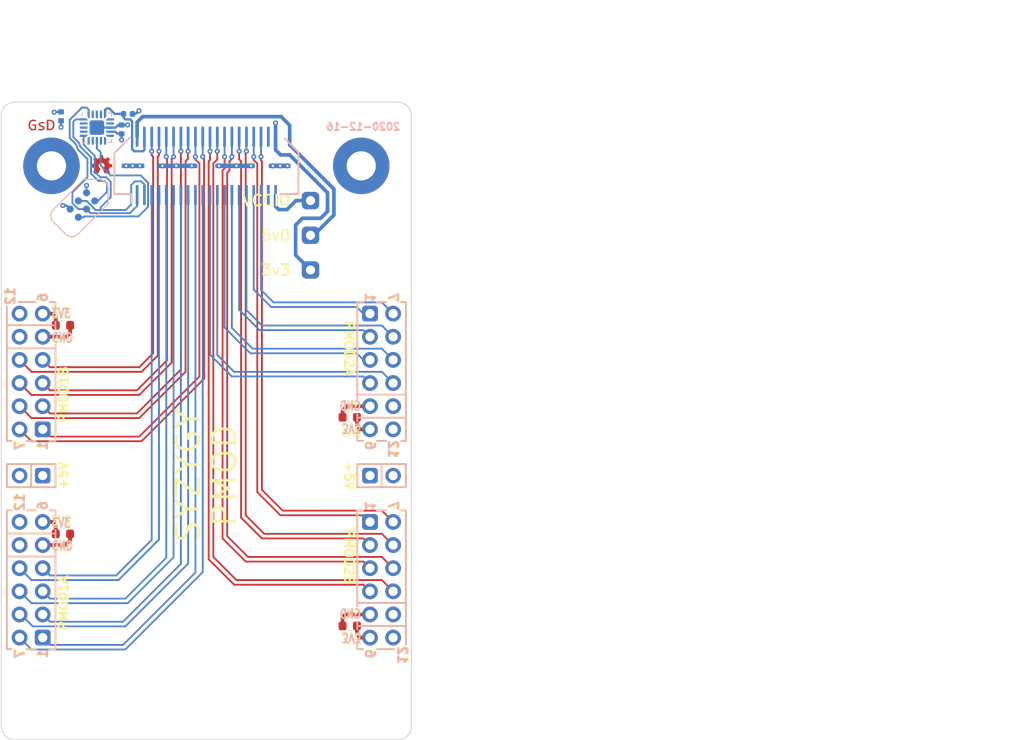
<source format=kicad_pcb>
(kicad_pcb (version 20221018) (generator pcbnew)
  (title_block (title "PMOD breakout") (date "2020-12-16") (rev "r1.0") (comment 1 "SYZYGY Pod"))
  (layers (0 "F.Cu" signal) (1 "In1.Cu" power) (2 "In2.Cu" signal) (31 "B.Cu" signal) (34 "B.Paste" user) (35 "F.Paste" user) (36 "B.SilkS" user "B.Silkscreen") (37 "F.SilkS" user "F.Silkscreen") (38 "B.Mask" user) (39 "F.Mask" user) (44 "Edge.Cuts" user))
  (net 0 "")
  (net 1 "GND")
  (net 2 "+3V3")
  (net 3 "/Peripheral MCU/MISO")
  (net 4 "/Peripheral MCU/~{RESET}")
  (net 5 "/SCL")
  (net 6 "/SDA")
  (net 7 "/RGA")
  (net 8 "/P1A1")
  (net 9 "/P1A2")
  (net 10 "/P1A7")
  (net 11 "/P1A8")
  (net 12 "/P1A3")
  (net 13 "/P1A4")
  (net 14 "/P1A9")
  (net 15 "+5V")
  (net 16 "/P1A10")
  (net 17 "/P1B1")
  (net 18 "/P1B2")
  (net 19 "/P1B7")
  (net 20 "/P1B8")
  (net 21 "/P1B3")
  (net 22 "/P1B4")
  (net 23 "/P1B9")
  (net 24 "/P1B10")
  (net 25 "/P2A1")
  (net 26 "/P2A2")
  (net 27 "/P2A7")
  (net 28 "/P2A8")
  (net 29 "/P2A3")
  (net 30 "/P2A4")
  (net 31 "/P2A9")
  (net 32 "/P2A10")
  (net 33 "/P2B1")
  (net 34 "/P2B2")
  (net 35 "/P2B7")
  (net 36 "/P2B8")
  (net 37 "/P2B3")
  (net 38 "/P2B4")
  (net 39 "/P2B9")
  (net 40 "/P2B10")
  (net 41 "no_connect_55")
  (net 42 "no_connect_56")
  (net 43 "no_connect_51")
  (net 44 "no_connect_52")
  (net 45 "no_connect_53")
  (net 46 "no_connect_54")
  (net 47 "Net-(U2-Pad2)")
  (net 48 "Net-(U2-Pad3)")
  (net 49 "Net-(U2-Pad4)")
  (net 50 "Net-(U2-Pad11)")
  (net 51 "Net-(U2-Pad12)")
  (net 52 "Net-(U2-Pad14)")
  (net 53 "Net-(U2-Pad15)")
  (net 54 "Net-(J1-Pad37)")
  (net 55 "Net-(J1-Pad38)")
  (net 56 "/VCCIO")
  (footprint "Connector_PinHeader_2.54mm:PinHeader_1x01_P2.54mm_Vertical" (layer "F.Cu") (at 141.43 92.01)
    (fp_text reference "J6" hide)
    (fp_text value "Conn_01x01_Male" hide)
  )
  (footprint "Connector_PinHeader_2.54mm:PinHeader_2x01_P2.54mm_Vertical" (layer "F.Cu") (at 147.96 122.2)
    (fp_text reference "J7" hide)
    (fp_text value "5V AUX" hide)
  )
  (footprint "Capacitor_SMD:C_0603_1608Metric" (layer "F.Cu") (at 145.74 138.7)
    (fp_text reference "C2" hide)
    (fp_text value "DNP" hide)
  )
  (footprint "Capacitor_SMD:C_0603_1608Metric" (layer "F.Cu") (at 114.26 105.7 180)
    (fp_text reference "C4" hide)
    (fp_text value "DNP" hide)
  )
  (footprint "MountingHole:MountingHole_3.2mm_M3_DIN965" (layer "F.Cu") (at 147.5 98.2 90)
    (fp_text reference "H2" hide)
    (fp_text value "MountingHole" hide)
  )
  (footprint "MountingHole:MountingHole_3.2mm_M3_DIN965" (layer "F.Cu") (at 112.4 146.2 90)
    (fp_text reference "H3" hide)
    (fp_text value "MountingHole" hide)
  )
  (footprint "MountingHole:MountingHole_3.2mm_M3_DIN965" (layer "F.Cu") (at 112.5 98.2 90)
    (fp_text reference "H1" hide)
    (fp_text value "MountingHole" hide)
  )
  (footprint "Connector_PinHeader_2.54mm:PinHeader_2x01_P2.54mm_Vertical" (layer "F.Cu") (at 112.04 122.2 180)
    (fp_text reference "J10" hide)
    (fp_text value "5V AUX" hide)
  )
  (footprint "gkl_logos:gsd_logo_small" (layer "F.Cu") (at 111.9 83.8)
    (fp_text reference "G***" hide)
    (fp_text value "LOGO" hide)
  )
  (footprint "Connector_PinHeader_1.00mm:PinHeader_1x01_P1.00mm_Vertical" (layer "F.Cu") (at 146.56 142.81)
    (fp_text reference "" hide)
    (fp_text value "" hide)
  )
  (footprint "gsd-footprints:PMOD_Angled_2x06" (layer "F.Cu") (at 147.96 117.12 90)
    (fp_text reference "J2" hide)
    (fp_text value "PMOD" hide)
  )
  (footprint "MountingHole:MountingHole_3.2mm_M3_DIN965" (layer "F.Cu") (at 147.5 146.2 90)
    (fp_text reference "H4" hide)
    (fp_text value "MountingHole" hide)
  )
  (footprint "gsd-footprints:PMOD_Angled_2x06" (layer "F.Cu") (at 147.96 139.98 90)
    (fp_text reference "J8" hide)
    (fp_text value "PMOD" hide)
  )
  (footprint "Capacitor_SMD:C_0603_1608Metric" (layer "F.Cu") (at 145.74 115.8)
    (fp_text reference "C1" hide)
    (fp_text value "DNP" hide)
  )
  (footprint "Connector_PinHeader_2.54mm:PinHeader_1x01_P2.54mm_Vertical" (layer "F.Cu") (at 141.43 95.82)
    (fp_text reference "J4" hide)
    (fp_text value "Conn_01x01_Male" hide)
  )
  (footprint "gsd-footprints:PMOD_Angled_2x06" (layer "F.Cu") (at 112.04 127.28 -90)
    (fp_text reference "J9" hide)
    (fp_text value "PMOD" hide)
  )
  (footprint "gsd-footprints:PMOD_Angled_2x06" (layer "F.Cu") (at 112.04 104.42 -90)
    (fp_text reference "J11" hide)
    (fp_text value "PMOD" hide)
  )
  (footprint "Connector_PinHeader_2.54mm:PinHeader_1x01_P2.54mm_Vertical" (layer "F.Cu") (at 141.43 99.63)
    (fp_text reference "J5" hide)
    (fp_text value "Conn_01x01_Male" hide)
  )
  (footprint "Capacitor_SMD:C_0603_1608Metric" (layer "F.Cu") (at 114.26 128.6 180)
    (fp_text reference "C3" hide)
    (fp_text value "DNP" hide)
  )
  (footprint "gkl_logos:oshw_small" (layer "F.Cu") (at 118.5 88.1)
    (fp_text reference "G***" hide)
    (fp_text value "LOGO" hide)
  )
  (footprint "gsd-footprints:SYZYGY-STD-POD" (layer "B.Cu") (at 130 88.2 180)
    (fp_text reference "J1" hide)
    (fp_text value "SYZYGY-STD" hide)
  )
  (footprint "Package_DFN_QFN:QFN-20-1EP_3x3mm_P0.45mm_EP1.6x1.6mm" (layer "B.Cu") (at 117.979 84 -90)
    (fp_text reference "U2" hide)
    (fp_text value "ATtiny44A-MMH" hide)
  )
  (footprint "Resistor_SMD:R_0402_1005Metric" (layer "B.Cu") (at 121.4 82.5 180)
    (fp_text reference "R15" hide)
    (fp_text value "10K" hide)
  )
  (footprint "Capacitor_SMD:C_0402_1005Metric" (layer "B.Cu") (at 120.7 84.2 90)
    (fp_text reference "C9" hide)
    (fp_text value "0.1uF" hide)
  )
  (footprint "Capacitor_SMD:C_0402_1005Metric" (layer "B.Cu") (at 114.05 82.765 90)
    (fp_text reference "C10" hide)
    (fp_text value "1uF" hide)
  )
  (footprint "pkl_tag_connect:TC2030-NL_SMALL" (layer "B.Cu") (at 116.4 92.5 -135)
    (fp_text reference "J3" hide)
    (fp_text value "TagConnect" hide)
  )
  (gr_line (start 151.897 118.39) (end 151.389 118.39) (stroke (width 0.2)) (layer "B.SilkS"))
  (gr_line (start 151.897 103.15) (end 151.389 103.15) (stroke (width 0.2)) (layer "B.SilkS"))
  (gr_line (start 108.103 126.01) (end 108.611 126.01) (stroke (width 0.2)) (layer "B.SilkS"))
  (gr_line (start 151.897 138.71) (end 151.897 140.742) (stroke (width 0.2)) (layer "B.SilkS"))
  (gr_line (start 151.897 115.85) (end 146.563001 115.85) (stroke (width 0.2)) (layer "B.SilkS"))
  (gr_line (start 151.897 126.01) (end 151.389 126.01) (stroke (width 0.2)) (layer "B.SilkS"))
  (gr_line (start 108.103 131.09) (end 108.103 128.55) (stroke (width 0.2)) (layer "B.SilkS"))
  (gr_line (start 112.802 118.39) (end 113.437 118.39) (stroke (width 0.2)) (layer "B.SilkS"))
  (gr_line (start 149.738 126.01) (end 148.722 126.01) (stroke (width 0.2)) (layer "B.SilkS"))
  (gr_line (start 113.437 123.47) (end 113.437 120.93) (stroke (width 0.2)) (layer "B.SilkS"))
  (gr_line (start 113.437 141.25) (end 113.436999 130.582) (stroke (width 0.2)) (layer "B.SilkS"))
  (gr_line (start 147.198 126.01) (end 146.563 126.01) (stroke (width 0.2)) (layer "B.SilkS"))
  (gr_line (start 113.437 128.931) (end 113.437 128.169) (stroke (width 0.2)) (layer "B.SilkS"))
  (gr_line (start 108.103 118.39) (end 108.611 118.39) (stroke (width 0.2)) (layer "B.SilkS"))
  (gr_line (start 108.103 128.55) (end 113.436999 128.55) (stroke (width 0.2)) (layer "B.SilkS"))
  (gr_line (start 146.563 126.01) (end 146.563 136.551) (stroke (width 0.2)) (layer "B.SilkS"))
  (gr_line (start 149.23 120.93) (end 149.23 123.47) (stroke (width 0.2)) (layer "B.SilkS"))
  (gr_line (start 108.103 120.93) (end 113.437 120.93) (stroke (width 0.2)) (layer "B.SilkS"))
  (gr_line (start 108.103 123.470001) (end 108.103 120.93) (stroke (width 0.2)) (layer "B.SilkS"))
  (gr_line (start 113.436999 126.518) (end 113.437 126.01) (stroke (width 0.2)) (layer "B.SilkS"))
  (gr_line (start 113.437 106.071) (end 113.437 105.309) (stroke (width 0.2)) (layer "B.SilkS"))
  (gr_line (start 108.103 105.69) (end 113.436999 105.69) (stroke (width 0.2)) (layer "B.SilkS"))
  (gr_line (start 151.897 113.31) (end 151.897 115.85) (stroke (width 0.2)) (layer "B.SilkS"))
  (gr_line (start 151.897 136.17) (end 151.897 126.01) (stroke (width 0.2)) (layer "B.SilkS"))
  (gr_line (start 109.373 103.15) (end 111.278 103.15) (stroke (width 0.2)) (layer "B.SilkS"))
  (gr_line (start 108.103 105.69) (end 108.103 103.658) (stroke (width 0.2)) (layer "B.SilkS"))
  (gr_line (start 108.103 131.09) (end 108.103 141.25) (stroke (width 0.2)) (layer "B.SilkS"))
  (gr_line (start 151.897 120.929999) (end 146.563 120.93) (stroke (width 0.2)) (layer "B.SilkS"))
  (gr_line (start 151.897 138.71) (end 146.563001 138.71) (stroke (width 0.2)) (layer "B.SilkS"))
  (gr_line (start 147.198 103.15) (end 146.563 103.15) (stroke (width 0.2)) (layer "B.SilkS"))
  (gr_line (start 108.103 108.23) (end 108.103 105.69) (stroke (width 0.2)) (layer "B.SilkS"))
  (gr_line (start 151.897 136.17) (end 146.563 136.17) (stroke (width 0.2)) (layer "B.SilkS"))
  (gr_line (start 113.437 118.39) (end 113.437 107.849) (stroke (width 0.2)) (layer "B.SilkS"))
  (gr_line (start 151.897 113.31) (end 146.563 113.31) (stroke (width 0.2)) (layer "B.SilkS"))
  (gr_line (start 108.103 108.23) (end 113.437 108.23) (stroke (width 0.2)) (layer "B.SilkS"))
  (gr_line (start 146.563 141.25) (end 147.198 141.25) (stroke (width 0.2)) (layer "B.SilkS"))
  (gr_line (start 108.103 141.25) (end 108.611 141.25) (stroke (width 0.2)) (layer "B.SilkS"))
  (gr_line (start 149.738 118.39) (end 148.722 118.39) (stroke (width 0.2)) (layer "B.SilkS"))
  (gr_line (start 113.437 126.01) (end 112.802 126.01) (stroke (width 0.2)) (layer "B.SilkS"))
  (gr_line (start 151.897 120.929999) (end 151.897 123.47) (stroke (width 0.2)) (layer "B.SilkS"))
  (gr_line (start 113.437 103.15) (end 112.802 103.15) (stroke (width 0.2)) (layer "B.SilkS"))
  (gr_line (start 151.897 136.17) (end 151.897 138.71) (stroke (width 0.2)) (layer "B.SilkS"))
  (gr_line (start 151.897 123.47) (end 146.563 123.47) (stroke (width 0.2)) (layer "B.SilkS"))
  (gr_line (start 146.563 118.39) (end 147.198 118.39) (stroke (width 0.2)) (layer "B.SilkS"))
  (gr_line (start 146.563001 140.742) (end 146.563 141.25) (stroke (width 0.2)) (layer "B.SilkS"))
  (gr_line (start 110.262 141.25) (end 111.278 141.25) (stroke (width 0.2)) (layer "B.SilkS"))
  (gr_line (start 146.563 115.469) (end 146.563 116.231) (stroke (width 0.2)) (layer "B.SilkS"))
  (gr_line (start 108.103 131.09) (end 113.437 131.09) (stroke (width 0.2)) (layer "B.SilkS"))
  (gr_line (start 110.262 126.01) (end 111.278 126.01) (stroke (width 0.2)) (layer "B.SilkS"))
  (gr_line (start 151.897 113.31) (end 151.897 103.15) (stroke (width 0.2)) (layer "B.SilkS"))
  (gr_line (start 112.802 141.25) (end 113.437 141.25) (stroke (width 0.2)) (layer "B.SilkS"))
  (gr_line (start 108.103 108.23) (end 108.103 118.39) (stroke (width 0.2)) (layer "B.SilkS"))
  (gr_line (start 150.627 141.25) (end 148.722 141.25) (stroke (width 0.2)) (layer "B.SilkS"))
  (gr_line (start 146.563 120.93) (end 146.563 123.47) (stroke (width 0.2)) (layer "B.SilkS"))
  (gr_line (start 108.103 123.470001) (end 113.437 123.47) (stroke (width 0.2)) (layer "B.SilkS"))
  (gr_line (start 151.897 115.85) (end 151.897 118.39) (stroke (width 0.2)) (layer "B.SilkS"))
  (gr_line (start 110.77 123.47) (end 110.77 120.93) (stroke (width 0.2)) (layer "B.SilkS"))
  (gr_line (start 146.563001 117.882) (end 146.563 118.39) (stroke (width 0.2)) (layer "B.SilkS"))
  (gr_line (start 110.262 118.39) (end 111.278 118.39) (stroke (width 0.2)) (layer "B.SilkS"))
  (gr_line (start 113.436999 103.658) (end 113.437 103.15) (stroke (width 0.2)) (layer "B.SilkS"))
  (gr_line (start 149.738 103.15) (end 148.722 103.15) (stroke (width 0.2)) (layer "B.SilkS"))
  (gr_line (start 146.563 103.15) (end 146.563001 113.818) (stroke (width 0.2)) (layer "B.SilkS"))
  (gr_line (start 108.103 128.55) (end 108.103 126.01) (stroke (width 0.2)) (layer "B.SilkS"))
  (gr_line (start 146.563 138.329) (end 146.563 139.091) (stroke (width 0.2)) (layer "B.SilkS"))
  (gr_line (start 112.802001 105.69) (end 108.103 105.69) (stroke (width 0.2)) (layer "F.SilkS"))
  (gr_line (start 108.103 118.39) (end 108.103 105.69) (stroke (width 0.2)) (layer "F.SilkS"))
  (gr_line (start 146.563 118.009) (end 146.563 118.39) (stroke (width 0.2)) (layer "F.SilkS"))
  (gr_line (start 151.262 126.01) (end 151.897 126.01) (stroke (width 0.2)) (layer "F.SilkS"))
  (gr_line (start 146.562999 103.15) (end 147.198 103.15) (stroke (width 0.2)) (layer "F.SilkS"))
  (gr_line (start 151.262 103.15) (end 151.897 103.15) (stroke (width 0.2)) (layer "F.SilkS"))
  (gr_line (start 146.563001 136.169999) (end 151.897 136.17) (stroke (width 0.2)) (layer "F.SilkS"))
  (gr_line (start 146.563001 136.169999) (end 146.563 136.423999) (stroke (width 0.2)) (layer "F.SilkS"))
  (gr_line (start 108.103 128.55) (end 108.103 126.01) (stroke (width 0.2)) (layer "F.SilkS"))
  (gr_line (start 146.563 120.929999) (end 146.563 123.47) (stroke (width 0.2)) (layer "F.SilkS"))
  (gr_line (start 111.278 118.39) (end 110.262001 118.39) (stroke (width 0.2)) (layer "F.SilkS"))
  (gr_line (start 112.802001 128.55) (end 108.103 128.55) (stroke (width 0.2)) (layer "F.SilkS"))
  (gr_line (start 151.897 103.15) (end 151.897 115.85) (stroke (width 0.2)) (layer "F.SilkS"))
  (gr_line (start 111.278 126.01) (end 110.262 126.01) (stroke (width 0.2)) (layer "F.SilkS"))
  (gr_line (start 148.722 141.25) (end 150.627 141.25) (stroke (width 0.2)) (layer "F.SilkS"))
  (gr_line (start 147.197999 138.71) (end 151.897 138.71) (stroke (width 0.2)) (layer "F.SilkS"))
  (gr_line (start 111.278 103.15) (end 109.373 103.15) (stroke (width 0.2)) (layer "F.SilkS"))
  (gr_line (start 146.563 141.25) (end 147.198 141.25) (stroke (width 0.2)) (layer "F.SilkS"))
  (gr_line (start 151.897 126.01) (end 151.897 138.71) (stroke (width 0.2)) (layer "F.SilkS"))
  (gr_line (start 146.563001 136.169999) (end 146.562999 126.01) (stroke (width 0.2)) (layer "F.SilkS"))
  (gr_line (start 108.738 141.25) (end 108.103 141.25) (stroke (width 0.2)) (layer "F.SilkS"))
  (gr_line (start 113.436999 108.230001) (end 113.437 107.976001) (stroke (width 0.2)) (layer "F.SilkS"))
  (gr_line (start 110.77 123.47) (end 110.77 120.93) (stroke (width 0.2)) (layer "F.SilkS"))
  (gr_line (start 113.437 120.93) (end 108.103 120.93) (stroke (width 0.2)) (layer "F.SilkS"))
  (gr_line (start 149.23 120.93) (end 149.23 123.47) (stroke (width 0.2)) (layer "F.SilkS"))
  (gr_line (start 146.563 140.869) (end 146.563 141.25) (stroke (width 0.2)) (layer "F.SilkS"))
  (gr_line (start 111.278 141.25) (end 110.262001 141.25) (stroke (width 0.2)) (layer "F.SilkS"))
  (gr_line (start 113.436999 108.230001) (end 113.437001 118.39) (stroke (width 0.2)) (layer "F.SilkS"))
  (gr_line (start 113.436999 131.090001) (end 113.437 130.709) (stroke (width 0.2)) (layer "F.SilkS"))
  (gr_line (start 108.103 123.47) (end 108.103 120.93) (stroke (width 0.2)) (layer "F.SilkS"))
  (gr_line (start 108.103 141.25) (end 108.103 128.55) (stroke (width 0.2)) (layer "F.SilkS"))
  (gr_line (start 146.563001 113.309999) (end 151.897 113.31) (stroke (width 0.2)) (layer "F.SilkS"))
  (gr_line (start 113.436999 131.090001) (end 108.103 131.09) (stroke (width 0.2)) (layer "F.SilkS"))
  (gr_line (start 151.897 138.71) (end 151.897 140.742) (stroke (width 0.2)) (layer "F.SilkS"))
  (gr_line (start 108.738 118.39) (end 108.103 118.39) (stroke (width 0.2)) (layer "F.SilkS"))
  (gr_line (start 113.436999 131.090001) (end 113.437001 141.25) (stroke (width 0.2)) (layer "F.SilkS"))
  (gr_line (start 151.897 115.85) (end 151.897 118.39) (stroke (width 0.2)) (layer "F.SilkS"))
  (gr_line (start 151.897 120.93) (end 151.897 123.47) (stroke (width 0.2)) (layer "F.SilkS"))
  (gr_line (start 113.436999 108.230001) (end 108.103 108.23) (stroke (width 0.2)) (layer "F.SilkS"))
  (gr_line (start 146.563 123.47) (end 151.897 123.47) (stroke (width 0.2)) (layer "F.SilkS"))
  (gr_line (start 148.722 103.15) (end 149.737999 103.15) (stroke (width 0.2)) (layer "F.SilkS"))
  (gr_line (start 146.563001 113.309999) (end 146.563 113.691) (stroke (width 0.2)) (layer "F.SilkS"))
  (gr_line (start 113.437 103.15) (end 112.802 103.15) (stroke (width 0.2)) (layer "F.SilkS"))
  (gr_line (start 146.563 118.39) (end 147.198 118.39) (stroke (width 0.2)) (layer "F.SilkS"))
  (gr_line (start 146.562999 126.01) (end 147.198 126.01) (stroke (width 0.2)) (layer "F.SilkS"))
  (gr_line (start 108.611 126.01) (end 108.103 126.01) (stroke (width 0.2)) (layer "F.SilkS"))
  (gr_line (start 148.722 126.01) (end 149.737999 126.01) (stroke (width 0.2)) (layer "F.SilkS"))
  (gr_line (start 113.437 123.470001) (end 113.437 120.93) (stroke (width 0.2)) (layer "F.SilkS"))
  (gr_line (start 108.103 105.69) (end 108.103 103.658) (stroke (width 0.2)) (layer "F.SilkS"))
  (gr_line (start 147.197999 115.85) (end 151.897 115.85) (stroke (width 0.2)) (layer "F.SilkS"))
  (gr_line (start 113.437 126.01) (end 112.802 126.01) (stroke (width 0.2)) (layer "F.SilkS"))
  (gr_line (start 113.437 126.391) (end 113.437 126.01) (stroke (width 0.2)) (layer "F.SilkS"))
  (gr_line (start 148.722 118.39) (end 149.738 118.39) (stroke (width 0.2)) (layer "F.SilkS"))
  (gr_line (start 113.437 123.470001) (end 108.103 123.47) (stroke (width 0.2)) (layer "F.SilkS"))
  (gr_line (start 113.437001 118.39) (end 112.802 118.39) (stroke (width 0.2)) (layer "F.SilkS"))
  (gr_line (start 146.563 120.929999) (end 151.897 120.93) (stroke (width 0.2)) (layer "F.SilkS"))
  (gr_line (start 113.437001 141.25) (end 112.802 141.25) (stroke (width 0.2)) (layer "F.SilkS"))
  (gr_line (start 113.437 103.531) (end 113.437 103.15) (stroke (width 0.2)) (layer "F.SilkS"))
  (gr_line (start 146.563001 113.309999) (end 146.562999 103.15) (stroke (width 0.2)) (layer "F.SilkS"))
  (gr_line (start 151.389 118.39) (end 151.897 118.39) (stroke (width 0.2)) (layer "F.SilkS"))
  (gr_line (start 151 151.2) (end 109 151.2) (stroke (width 0.1)) (layer "Edge.Cuts"))
  (gr_line (start 109 81.2) (end 151 81.2) (stroke (width 0.1)) (layer "Edge.Cuts"))
  (gr_line (start 107.5 149.7) (end 107.5 82.7) (stroke (width 0.1)) (layer "Edge.Cuts"))
  (gr_arc (start 107.5 82.7) (mid 107.93934 81.63934) (end 109 81.2) (stroke (width 0.1)) (layer "Edge.Cuts"))
  (gr_arc (start 109 151.2) (mid 107.93934 150.76066) (end 107.5 149.7) (stroke (width 0.1)) (layer "Edge.Cuts"))
  (gr_line (start 152.5 82.7) (end 152.5 149.7) (stroke (width 0.1)) (layer "Edge.Cuts"))
  (gr_arc (start 151 81.2) (mid 152.06066 81.63934) (end 152.5 82.7) (stroke (width 0.1)) (layer "Edge.Cuts"))
  (gr_arc (start 152.5 149.7) (mid 152.06066 150.76066) (end 151 151.2) (stroke (width 0.1)) (layer "Edge.Cuts"))
  (gr_text "1" (at 112.04 118.898 90) (layer "B.SilkS") (effects (font (size 1 1) (thickness 0.25)) (justify mirror)))
  (gr_text "6" (at 112.04 125.502 90) (layer "B.SilkS") (effects (font (size 1 1) (thickness 0.25)) (justify mirror)))
  (gr_text "3V3" (at 145.928 139.98 180) (layer "B.SilkS") (effects (font (size 1 0.75) (thickness 0.1875)) (justify mirror)))
  (gr_text "GND" (at 145.801 114.58) (layer "B.SilkS") (effects (font (size 1 0.75) (thickness 0.1875)) (justify mirror)))
  (gr_text "7" (at 109.5 118.897999 90) (layer "B.SilkS") (effects (font (size 1 1) (thickness 0.25)) (justify mirror)))
  (gr_text "12" (at 108.484 102.515001 90) (layer "B.SilkS") (effects (font (size 1 1) (thickness 0.25)) (justify mirror)))
  (gr_text "12" (at 151.516 141.884999 270) (layer "B.SilkS") (effects (font (size 1 1) (thickness 0.25)) (justify mirror)))
  (gr_text "GND" (at 145.801 137.4) (layer "B.SilkS") (effects (font (size 1 0.75) (thickness 0.1875)) (justify mirror)))
  (gr_text "3V3" (at 114.072 104.42) (layer "B.SilkS") (effects (font (size 1 0.75) (thickness 0.1875)) (justify mirror)))
  (gr_text "6" (at 112.04 102.642 90) (layer "B.SilkS") (effects (font (size 1 1) (thickness 0.25)) (justify mirror)))
  (gr_text "GND" (at 114.199 129.82 180) (layer "B.SilkS") (effects (font (size 1 0.75) (thickness 0.1875)) (justify mirror)))
  (gr_text "12" (at 109.5 125.121 90) (layer "B.SilkS") (effects (font (size 1 1) (thickness 0.25)) (justify mirror)))
  (gr_text "1" (at 147.96 125.502 270) (layer "B.SilkS") (effects (font (size 1 1) (thickness 0.25)) (justify mirror)))
  (gr_text "12" (at 150.5 119.279 270) (layer "B.SilkS") (effects (font (size 1 1) (thickness 0.25)) (justify mirror)))
  (gr_text "GND" (at 114.199 107 180) (layer "B.SilkS") (effects (font (size 1 0.75) (thickness 0.1875)) (justify mirror)))
  (gr_text "1" (at 112.06 141.75 90) (layer "B.SilkS") (effects (font (size 1 1) (thickness 0.25)) (justify mirror)))
  (gr_text "7" (at 109.51 141.750001 90) (layer "B.SilkS") (effects (font (size 1 1) (thickness 0.25)) (justify mirror)))
  (gr_text "6" (at 147.96 118.898 270) (layer "B.SilkS") (effects (font (size 1 1) (thickness 0.25)) (justify mirror)))
  (gr_text "7" (at 150.5 125.502001 270) (layer "B.SilkS") (effects (font (size 1 1) (thickness 0.25)) (justify mirror)))
  (gr_text "1" (at 147.94 102.65 270) (layer "B.SilkS") (effects (font (size 1 1) (thickness 0.25)) (justify mirror)))
  (gr_text "2020-12-16" (at 147.2 83.9) (layer "B.SilkS") (effects (font (size 0.8 0.8) (thickness 0.2)) (justify mirror)))
  (gr_text "6" (at 147.96 141.758 270) (layer "B.SilkS") (effects (font (size 1 1) (thickness 0.25)) (justify mirror)))
  (gr_text "3V3" (at 145.928 117 180) (layer "B.SilkS") (effects (font (size 1 0.75) (thickness 0.1875)) (justify mirror)))
  (gr_text "3V3" (at 114.072 127.4) (layer "B.SilkS") (effects (font (size 1 0.75) (thickness 0.1875)) (justify mirror)))
  (gr_text "7" (at 150.49 102.649999 270) (layer "B.SilkS") (effects (font (size 1 1) (thickness 0.25)) (justify mirror)))
  (gr_text "GND" (at 145.801 114.453 180) (layer "F.SilkS") (effects (font (size 1 0.75) (thickness 0.1875))))
  (gr_text "6" (at 147.96 141.758 270) (layer "F.SilkS") (effects (font (size 1 1) (thickness 0.25))))
  (gr_text "7" (at 109.5 141.757999 90) (layer "F.SilkS") (effects (font (size 1 1) (thickness 0.25))))
  (gr_text "6" (at 147.96 118.898 270) (layer "F.SilkS") (effects (font (size 1 1) (thickness 0.25))))
  (gr_text "6" (at 112.04 102.642 90) (layer "F.SilkS") (effects (font (size 1 1) (thickness 0.25))))
  (gr_text "VCCIO" (at 136.591428 92.01) (layer "F.SilkS") (effects (font (size 1.2 1.2) (thickness 0.2))))
  (gr_text "1" (at 112.04 141.758 90) (layer "F.SilkS") (effects (font (size 1 1) (thickness 0.25))))
  (gr_text "7" (at 150.5 125.502001 270) (layer "F.SilkS") (effects (font (size 1 1) (thickness 0.25))))
  (gr_text "GND" (at 114.199 107.087) (layer "F.SilkS") (effects (font (size 1 0.75) (thickness 0.1875))))
  (gr_text "1" (at 112.04 118.898 90) (layer "F.SilkS") (effects (font (size 1 1) (thickness 0.25))))
  (gr_text "7" (at 150.5 102.642001 270) (layer "F.SilkS") (effects (font (size 1 1) (thickness 0.25))))
  (gr_text "12" (at 109.5 125.121 90) (layer "F.SilkS") (effects (font (size 1 1) (thickness 0.25))))
  (gr_text "1" (at 147.96 125.502 270) (layer "F.SilkS") (effects (font (size 1 1) (thickness 0.25))))
  (gr_text "GND" (at 145.801 137.313 180) (layer "F.SilkS") (effects (font (size 1 0.75) (thickness 0.1875))))
  (gr_text "1" (at 147.96 102.642 270) (layer "F.SilkS") (effects (font (size 1 1) (thickness 0.25))))
  (gr_text "3V3" (at 145.94 117.247 180) (layer "F.SilkS") (effects (font (size 1 0.75) (thickness 0.1875))))
  (gr_text "PMOD2A" (at 145.674 108.23 270) (layer "F.SilkS") (effects (font (size 1 1) (thickness 0.25))))
  (gr_text "GND" (at 114.199 129.947) (layer "F.SilkS") (effects (font (size 1 0.75) (thickness 0.1875))))
  (gr_text "12" (at 151.516 141.884999 270) (layer "F.SilkS") (effects (font (size 1 1) (thickness 0.25))))
  (gr_text "12" (at 108.484 102.515001 90) (layer "F.SilkS") (effects (font (size 1 1) (thickness 0.25))))
  (gr_text "+5V" (at 145.674 122.2 270) (layer "F.SilkS") (effects (font (size 1 1) (thickness 0.25))))
  (gr_text "3v3" (at 137.62 99.63) (layer "F.SilkS") (effects (font (size 1.2 1.2) (thickness 0.2))))
  (gr_text "PMOD2B" (at 145.674 131.09 270) (layer "F.SilkS") (effects (font (size 1 1) (thickness 0.25))))
  (gr_text "3V3" (at 114.06 127.153) (layer "F.SilkS") (effects (font (size 1 0.75) (thickness 0.1875))))
  (gr_text "PMOD1B" (at 114.326 113.31 90) (layer "F.SilkS") (effects (font (size 1 1) (thickness 0.25))))
  (gr_text "PMOD1A" (at 114.326 136.17 90) (layer "F.SilkS") (effects (font (size 1 1) (thickness 0.25))))
  (gr_text "3V3" (at 114.06 104.293) (layer "F.SilkS") (effects (font (size 1 0.75) (thickness 0.1875))))
  (gr_text "7" (at 109.5 118.897999 90) (layer "F.SilkS") (effects (font (size 1 1) (thickness 0.25))))
  (gr_text "3V3" (at 145.94 140.107 180) (layer "F.SilkS") (effects (font (size 1 0.75) (thickness 0.1875))))
  (gr_text "5v0" (at 137.62 95.82) (layer "F.SilkS") (effects (font (size 1.2 1.2) (thickness 0.2))))
  (gr_text "12" (at 150.5 119.279 270) (layer "F.SilkS") (effects (font (size 1 1) (thickness 0.25))))
  (gr_text "+5V" (at 114.326 122.2 90) (layer "F.SilkS") (effects (font (size 1 1) (thickness 0.25))))
  (gr_text "SYZYGY\nPMOD" (at 130 122.2 90) (layer "F.SilkS") (effects (font (size 2.5 2.7) (thickness 0.3))))
  (gr_text "6" (at 112.04 125.502 90) (layer "F.SilkS") (effects (font (size 1 1) (thickness 0.25))))
  (segment (start 115.0475 105.7) (end 115.0475 106.5561) (width 0.4) (layer "F.Cu") (net 1))
  (segment (start 144.9525 137.7127) (end 145.2252 137.44) (width 0.4) (layer "F.Cu") (net 1))
  (segment (start 145.4284 114.58) (end 147.96 114.58) (width 0.4) (layer "F.Cu") (net 1))
  (segment (start 114.4912 129.82) (end 112.04 129.82) (width 0.4) (layer "F.Cu") (net 1))
  (segment (start 115.0475 106.5561) (end 114.6436 106.96) (width 0.4) (layer "F.Cu") (net 1))
  (segment (start 115.0475 128.6) (end 115.0475 129.2637) (width 0.4) (layer "F.Cu") (net 1))
  (segment (start 144.9525 115.8) (end 144.9525 115.0559) (width 0.4) (layer "F.Cu") (net 1))
  (segment (start 144.9525 138.7) (end 144.9525 137.7127) (width 0.4) (layer "F.Cu") (net 1))
  (segment (start 115.0475 129.2637) (end 114.4912 129.82) (width 0.4) (layer "F.Cu") (net 1))
  (segment (start 144.9525 115.0559) (end 145.4284 114.58) (width 0.4) (layer "F.Cu") (net 1))
  (segment (start 114.6436 106.96) (end 112.04 106.96) (width 0.4) (layer "F.Cu") (net 1))
  (segment (start 145.2252 137.44) (end 147.96 137.44) (width 0.4) (layer "F.Cu") (net 1))
  (via (at 125.174 88.2) (size 0.55) (drill 0.25) (layers "F.Cu" "B.Cu") (net 1))
  (via (at 137.3 88.2) (size 0.55) (drill 0.25) (layers "F.Cu" "B.Cu") (net 1))
  (via (at 128.4 88.2) (size 0.55) (drill 0.25) (layers "F.Cu" "B.Cu") (net 1))
  (via (at 131.4 88.2) (size 0.55) (drill 0.25) (layers "F.Cu" "B.Cu") (net 1))
  (via (at 133.302 88.2) (size 0.55) (drill 0.25) (layers "F.Cu" "B.Cu") (net 1))
  (via (at 138.9 88.2) (size 0.55) (drill 0.25) (layers "F.Cu" "B.Cu") (net 1))
  (via (at 113.3 82.315) (size 0.55) (drill 0.25) (layers "F.Cu" "B.Cu") (net 1))
  (via (at 126.698 88.2) (size 0.55) (drill 0.25) (layers "F.Cu" "B.Cu") (net 1))
  (via (at 121.2 88.2) (size 0.55) (drill 0.25) (layers "F.Cu" "B.Cu") (net 1))
  (via (at 121.35 83.7) (size 0.55) (drill 0.25) (layers "F.Cu" "B.Cu") (net 1))
  (via (at 114.25 92.55) (size 0.55) (drill 0.25) (layers "F.Cu" "B.Cu") (net 1))
  (via (at 122.7 88.2) (size 0.55) (drill 0.25) (layers "F.Cu" "B.Cu") (net 1))
  (via (at 138.1 88.2) (size 0.55) (drill 0.25) (layers "F.Cu" "B.Cu") (net 1))
  (via (at 134.9 88.2) (size 0.55) (drill 0.25) (layers "F.Cu" "B.Cu") (net 1))
  (via (at 121.9 88.2) (size 0.55) (drill 0.25) (layers "F.Cu" "B.Cu") (net 1))
  (segment (start 113.335 82.28) (end 113.3 82.315) (width 0.25) (layer "B.Cu") (net 1))
  (segment (start 119.429 84) (end 120.05 84) (width 0.25) (layer "B.Cu") (net 1))
  (segment (start 115.052962 92.949013) (end 114.653949 92.55) (width 0.25) (layer "B.Cu") (net 1))
  (segment (start 121.335 83.715) (end 121.35 83.7) (width 0.25) (layer "B.Cu") (net 1))
  (segment (start 120.7 83.715) (end 121.335 83.715) (width 0.25) (layer "B.Cu") (net 1))
  (segment (start 119.429 84) (end 117.979 84) (width 0.25) (layer "B.Cu") (net 1))
  (segment (start 114.653949 92.55) (end 114.25 92.55) (width 0.25) (layer "B.Cu") (net 1))
  (segment (start 120.05 84) (end 120.335 83.715) (width 0.25) (layer "B.Cu") (net 1))
  (segment (start 120.335 83.715) (end 120.7 83.715) (width 0.25) (layer "B.Cu") (net 1))
  (segment (start 114.05 82.28) (end 113.335 82.28) (width 0.25) (layer "B.Cu") (net 1))
  (segment (start 146.5275 116.7671) (end 146.8804 117.12) (width 0.4) (layer "F.Cu") (net 2))
  (segment (start 113.4725 104.8449) (end 113.0476 104.42) (width 0.4) (layer "F.Cu") (net 2))
  (segment (start 146.5275 139.6271) (end 146.8804 139.98) (width 0.4) (layer "F.Cu") (net 2))
  (segment (start 113.0476 127.28) (end 112.04 127.28) (width 0.4) (layer "F.Cu") (net 2))
  (segment (start 113.4725 105.7) (end 113.4725 104.8449) (width 0.4) (layer "F.Cu") (net 2))
  (segment (start 113.4725 127.7049) (end 113.0476 127.28) (width 0.4) (layer "F.Cu") (net 2))
  (segment (start 146.8804 139.98) (end 147.96 139.98) (width 0.4) (layer "F.Cu") (net 2))
  (segment (start 146.8804 117.12) (end 147.96 117.12) (width 0.4) (layer "F.Cu") (net 2))
  (segment (start 113.4725 128.6) (end 113.4725 127.7049) (width 0.4) (layer "F.Cu") (net 2))
  (segment (start 146.5275 138.7) (end 146.5275 139.6271) (width 0.4) (layer "F.Cu") (net 2))
  (segment (start 146.5275 115.8) (end 146.5275 116.7671) (width 0.4) (layer "F.Cu") (net 2))
  (segment (start 113.0476 104.42) (end 112.04 104.42) (width 0.4) (layer "F.Cu") (net 2))
  (via (at 116.85 90.35) (size 0.55) (drill 0.25) (layers "F.Cu" "B.Cu") (net 2))
  (via (at 137.6 83.5) (size 0.55) (drill 0.25) (layers "F.Cu" "B.Cu") (net 2))
  (via (at 114.05 83.965) (size 0.55) (drill 0.25) (layers "F.Cu" "B.Cu") (net 2))
  (via (at 120.7 85.35) (size 0.55) (drill 0.25) (layers "F.Cu" "B.Cu") (net 2))
  (via (at 122.6 82.15) (size 0.55) (drill 0.25) (layers "F.Cu" "B.Cu") (net 2))
  (segment (start 137.6 85) (end 137.6 83.5) (width 0.4) (layer "B.Cu") (net 2))
  (segment (start 143.3 93.2) (end 143.3 91.15) (width 0.4) (layer "B.Cu") (net 2))
  (segment (start 116.849013 91.152962) (end 116.849013 90.350987) (width 0.2) (layer "B.Cu") (net 2))
  (segment (start 138.15 87) (end 137.6 86.45) (width 0.4) (layer "B.Cu") (net 2))
  (segment (start 121.885 82.5) (end 122.25 82.5) (width 0.25) (layer "B.Cu") (net 2))
  (segment (start 139.15 87) (end 138.15 87) (width 0.4) (layer "B.Cu") (net 2))
  (segment (start 119.429 84.45) (end 120 84.45) (width 0.25) (layer "B.Cu") (net 2))
  (segment (start 139.8 94.7) (end 140.55 93.95) (width 0.4) (layer "B.Cu") (net 2))
  (segment (start 116.849013 90.350987) (end 116.85 90.35) (width 0.2) (layer "B.Cu") (net 2))
  (segment (start 120.7 84.685) (end 120.7 85.35) (width 0.25) (layer "B.Cu") (net 2))
  (segment (start 137.6 86.45) (end 137.6 85) (width 0.4) (layer "B.Cu") (net 2))
  (segment (start 143.3 91.15) (end 139.15 87) (width 0.4) (layer "B.Cu") (net 2))
  (segment (start 140.55 93.95) (end 142.55 93.95) (width 0.4) (layer "B.Cu") (net 2))
  (segment (start 122.25 82.5) (end 122.6 82.15) (width 0.25) (layer "B.Cu") (net 2))
  (segment (start 142.55 93.95) (end 143.3 93.2) (width 0.4) (layer "B.Cu") (net 2))
  (segment (start 141.43 99.63) (end 139.8 98) (width 0.4) (layer "B.Cu") (net 2))
  (segment (start 120.2 84.65) (end 120.665 84.65) (width 0.25) (layer "B.Cu") (net 2))
  (segment (start 120 84.45) (end 120.2 84.65) (width 0.25) (layer "B.Cu") (net 2))
  (segment (start 139.8 98) (end 139.8 94.7) (width 0.4) (layer "B.Cu") (net 2))
  (segment (start 114.05 83.25) (end 114.05 83.965) (width 0.25) (layer "B.Cu") (net 2))
  (segment (start 118.15 89.85) (end 118.8 89.85) (width 0.2) (layer "B.Cu") (net 3))
  (segment (start 118.099013 92.050987) (end 117.747038 92.050987) (width 0.2) (layer "B.Cu") (net 3))
  (segment (start 116.1875 86.1125) (end 117.35 87.275) (width 0.2) (layer "B.Cu") (net 3))
  (segment (start 116.529 83.1) (end 115.65 83.1) (width 0.2) (layer "B.Cu") (net 3))
  (segment (start 117.35 87.275) (end 117.35 89.05) (width 0.2) (layer "B.Cu") (net 3))
  (segment (start 117.35 89.05) (end 118.15 89.85) (width 0.2) (layer "B.Cu") (net 3))
  (segment (start 116 85.65) (end 116.1875 86.1125) (width 0.2) (layer "B.Cu") (net 3))
  (segment (start 115.4 83.35) (end 115.4 85.05) (width 0.2) (layer "B.Cu") (net 3))
  (segment (start 115.65 83.1) (end 115.4 83.35) (width 0.2) (layer "B.Cu") (net 3))
  (segment (start 119.1 90.15) (end 119.1 91.05) (width 0.2) (layer "B.Cu") (net 3))
  (segment (start 119.1 91.05) (end 118.099013 92.050987) (width 0.2) (layer "B.Cu") (net 3))
  (segment (start 115.4 85.05) (end 116 85.65) (width 0.2) (layer "B.Cu") (net 3))
  (segment (start 118.8 89.85) (end 119.1 90.15) (width 0.2) (layer "B.Cu") (net 3))
  (segment (start 121.55 89.25) (end 122.8 89.25) (width 0.2) (layer "B.Cu") (net 4))
  (segment (start 122.55 93.75) (end 116.6 93.75) (width 0.2) (layer "B.Cu") (net 4))
  (segment (start 123.6 90.05) (end 123.6 92.7) (width 0.2) (layer "B.Cu") (net 4))
  (segment (start 122.8 89.25) (end 123.6 90.05) (width 0.2) (layer "B.Cu") (net 4))
  (segment (start 123.6 92.7) (end 122.55 93.75) (width 0.2) (layer "B.Cu") (net 4))
  (segment (start 116.6 93.75) (end 116.5 93.85) (width 0.2) (layer "B.Cu") (net 4))
  (segment (start 121.45 89.25) (end 119.5 89.25) (width 0.2) (layer "B.Cu") (net 4))
  (segment (start 117.979 86.279) (end 117.979 86.179) (width 0.2) (layer "B.Cu") (net 4))
  (segment (start 119.5 89.25) (end 118.4 88.15) (width 0.2) (layer "B.Cu") (net 4))
  (segment (start 118.4 88.15) (end 118.4 86.7) (width 0.2) (layer "B.Cu") (net 4))
  (segment (start 121.55 89.25) (end 121.45 89.25) (width 0.2) (layer "B.Cu") (net 4))
  (segment (start 117.979 85.45) (end 117.979 86.179) (width 0.2) (layer "B.Cu") (net 4))
  (segment (start 116.497038 93.847038) (end 115.950987 93.847038) (width 0.2) (layer "B.Cu") (net 4))
  (segment (start 116.5 93.85) (end 116.497038 93.847038) (width 0.2) (layer "B.Cu") (net 4))
  (segment (start 118.4 86.7) (end 117.979 86.279) (width 0.2) (layer "B.Cu") (net 4))
  (segment (start 121.6 93.4) (end 117.3 93.4) (width 0.2) (layer "B.Cu") (net 5))
  (segment (start 115.949013 92.949013) (end 115.3 92.3) (width 0.2) (layer "B.Cu") (net 5))
  (segment (start 116.85 81.8) (end 117.079 82.029) (width 0.2) (layer "B.Cu") (net 5))
  (segment (start 117.3 93.4) (end 116.849013 92.949013) (width 0.2) (layer "B.Cu") (net 5))
  (segment (start 116.35 81.8) (end 116.85 81.8) (width 0.2) (layer "B.Cu") (net 5))
  (segment (start 117.079 82.029) (end 117.079 82.55) (width 0.2) (layer "B.Cu") (net 5))
  (segment (start 115 85.15) (end 115 83.15) (width 0.2) (layer "B.Cu") (net 5))
  (segment (start 115.3 91.1) (end 116.95 89.45) (width 0.2) (layer "B.Cu") (net 5))
  (segment (start 115 83.15) (end 116.35 81.8) (width 0.2) (layer "B.Cu") (net 5))
  (segment (start 122.4 91.4) (end 122.4 92.6) (width 0.2) (layer "B.Cu") (net 5))
  (segment (start 116.849013 92.949013) (end 115.949013 92.949013) (width 0.2) (layer "B.Cu") (net 5))
  (segment (start 116.95 87.45) (end 115.9 86.4) (width 0.2) (layer "B.Cu") (net 5))
  (segment (start 115.9 86.4) (end 115.7 85.85) (width 0.2) (layer "B.Cu") (net 5))
  (segment (start 115.7 85.85) (end 115 85.15) (width 0.2) (layer "B.Cu") (net 5))
  (segment (start 115.3 92.3) (end 115.3 91.1) (width 0.2) (layer "B.Cu") (net 5))
  (segment (start 122.4 92.6) (end 121.6 93.4) (width 0.2) (layer "B.Cu") (net 5))
  (segment (start 116.95 89.45) (end 116.95 87.45) (width 0.2) (layer "B.Cu") (net 5))
  (segment (start 116.529 85.879) (end 117.75 87.1) (width 0.2) (layer "B.Cu") (net 6))
  (segment (start 119.5 91.65) (end 118.4 92.75) (width 0.2) (layer "B.Cu") (net 6))
  (segment (start 118.4 93.05) (end 121.15 93.05) (width 0.2) (layer "B.Cu") (net 6))
  (segment (start 117.85 93.05) (end 118.4 93.05) (width 0.2) (layer "B.Cu") (net 6))
  (segment (start 116.529 84.9) (end 116.529 85.879) (width 0.2) (layer "B.Cu") (net 6))
  (segment (start 117.75 88.85) (end 118.35 89.45) (width 0.2) (layer "B.Cu") (net 6))
  (segment (start 123.2 90.25) (end 123.2 91.4) (width 0.2) (layer "B.Cu") (net 6))
  (segment (start 121.15 93.05) (end 121.75 92.45) (width 0.2) (layer "B.Cu") (net 6))
  (segment (start 116.850987 92.050987) (end 117.85 93.05) (width 0.2) (layer "B.Cu") (net 6))
  (segment (start 119 89.45) (end 119.5 89.95) (width 0.2) (layer "B.Cu") (net 6))
  (segment (start 118.4 92.75) (end 118.4 93.05) (width 0.2) (layer "B.Cu") (net 6))
  (segment (start 115.950987 92.050987) (end 116.850987 92.050987) (width 0.2) (layer "B.Cu") (net 6))
  (segment (start 121.75 90.3) (end 122.15 89.9) (width 0.2) (layer "B.Cu") (net 6))
  (segment (start 122.15 89.9) (end 122.85 89.9) (width 0.2) (layer "B.Cu") (net 6))
  (segment (start 121.75 92.45) (end 121.75 90.3) (width 0.2) (layer "B.Cu") (net 6))
  (segment (start 122.85 89.9) (end 123.2 90.25) (width 0.2) (layer "B.Cu") (net 6))
  (segment (start 118.35 89.45) (end 119 89.45) (width 0.2) (layer "B.Cu") (net 6))
  (segment (start 117.75 87.1) (end 117.75 88.85) (width 0.2) (layer "B.Cu") (net 6))
  (segment (start 119.5 89.95) (end 119.5 91.65) (width 0.2) (layer "B.Cu") (net 6))
  (segment (start 118.879 82.071) (end 119.05 81.9) (width 0.25) (layer "B.Cu") (net 7))
  (segment (start 118.879 82.55) (end 118.879 82.071) (width 0.25) (layer "B.Cu") (net 7))
  (segment (start 121.85 86.35) (end 121.85 83.3) (width 0.25) (layer "B.Cu") (net 7))
  (segment (start 121.1 83.1) (end 120.915 82.915) (width 0.25) (layer "B.Cu") (net 7))
  (segment (start 123.05 86.6) (end 122.1 86.6) (width 0.25) (layer "B.Cu") (net 7))
  (segment (start 123.2 86.45) (end 123.05 86.6) (width 0.25) (layer "B.Cu") (net 7))
  (segment (start 119.95 82.5) (end 120.915 82.5) (width 0.25) (layer "B.Cu") (net 7))
  (segment (start 121.65 83.1) (end 121.1 83.1) (width 0.25) (layer "B.Cu") (net 7))
  (segment (start 123.2 85) (end 123.2 86.45) (width 0.25) (layer "B.Cu") (net 7))
  (segment (start 119.35 81.9) (end 119.95 82.5) (width 0.25) (layer "B.Cu") (net 7))
  (segment (start 122.1 86.6) (end 121.85 86.35) (width 0.25) (layer "B.Cu") (net 7))
  (segment (start 120.915 82.915) (end 120.915 82.5) (width 0.25) (layer "B.Cu") (net 7))
  (segment (start 119.05 81.9) (end 119.35 81.9) (width 0.25) (layer "B.Cu") (net 7))
  (segment (start 121.85 83.3) (end 121.65 83.1) (width 0.25) (layer "B.Cu") (net 7))
  (segment (start 128.8 132.834) (end 122.888 138.746) (width 0.2) (layer "B.Cu") (net 8))
  (segment (start 120.856 140.778) (end 112.838 140.778) (width 0.2) (layer "B.Cu") (net 8))
  (segment (start 122.888 138.746) (end 120.856 140.778) (width 0.2) (layer "B.Cu") (net 8))
  (segment (start 112.838 140.778) (end 112.04 139.98) (width 0.2) (layer "B.Cu") (net 8))
  (segment (start 128.8 91.4) (end 128.8 132.834) (width 0.2) (layer "B.Cu") (net 8))
  (segment (start 112.838 138.238) (end 112.04 137.44) (width 0.2) (layer "B.Cu") (net 9))
  (segment (start 122.888 136.206) (end 120.856 138.238) (width 0.2) (layer "B.Cu") (net 9))
  (segment (start 120.856 138.238) (end 112.838 138.238) (width 0.2) (layer "B.Cu") (net 9))
  (segment (start 127.2 131.894) (end 122.888 136.206) (width 0.2) (layer "B.Cu") (net 9))
  (segment (start 127.2 91.4) (end 127.2 131.894) (width 0.2) (layer "B.Cu") (net 9))
  (segment (start 129.6 132.796) (end 123.142 139.254) (width 0.2) (layer "B.Cu") (net 10))
  (segment (start 129.6 91.4) (end 129.6 132.796) (width 0.2) (layer "B.Cu") (net 10))
  (segment (start 121.11 141.286) (end 110.806 141.286) (width 0.2) (layer "B.Cu") (net 10))
  (segment (start 110.806 141.286) (end 109.5 139.98) (width 0.2) (layer "B.Cu") (net 10))
  (segment (start 123.142 139.254) (end 121.11 141.286) (width 0.2) (layer "B.Cu") (net 10))
  (segment (start 128 91.4) (end 128 131.856) (width 0.2) (layer "B.Cu") (net 11))
  (segment (start 109.644 137.44) (end 109.5 137.44) (width 0.2) (layer "B.Cu") (net 11))
  (segment (start 110.95 138.746) (end 109.644 137.44) (width 0.2) (layer "B.Cu") (net 11))
  (segment (start 128 131.856) (end 123.142 136.714) (width 0.2) (layer "B.Cu") (net 11))
  (segment (start 121.11 138.746) (end 110.95 138.746) (width 0.2) (layer "B.Cu") (net 11))
  (segment (start 123.142 136.714) (end 121.11 138.746) (width 0.2) (layer "B.Cu") (net 11))
  (segment (start 112.838 135.698) (end 112.04 134.9) (width 0.2) (layer "B.Cu") (net 12))
  (segment (start 125.6 131.208) (end 123.142 133.666) (width 0.2) (layer "B.Cu") (net 12))
  (segment (start 121.11 135.698) (end 112.838 135.698) (width 0.2) (layer "B.Cu") (net 12))
  (segment (start 123.142 133.666) (end 121.11 135.698) (width 0.2) (layer "B.Cu") (net 12))
  (segment (start 125.6 91.4) (end 125.6 131.208) (width 0.2) (layer "B.Cu") (net 12))
  (segment (start 112.838 133.158) (end 112.04 132.36) (width 0.2) (layer "B.Cu") (net 13))
  (segment (start 120.094 133.158) (end 112.838 133.158) (width 0.2) (layer "B.Cu") (net 13))
  (segment (start 122.126 131.126) (end 120.094 133.158) (width 0.2) (layer "B.Cu") (net 13))
  (segment (start 124 129.252) (end 122.126 131.126) (width 0.2) (layer "B.Cu") (net 13))
  (segment (start 124 91.4) (end 124 129.252) (width 0.2) (layer "B.Cu") (net 13))
  (segment (start 123.396 134.174) (end 121.364 136.206) (width 0.2) (layer "B.Cu") (net 14))
  (segment (start 126.4 91.4) (end 126.4 131.17) (width 0.2) (layer "B.Cu") (net 14))
  (segment (start 121.364 136.206) (end 110.806 136.206) (width 0.2) (layer "B.Cu") (net 14))
  (segment (start 126.4 131.17) (end 123.396 134.174) (width 0.2) (layer "B.Cu") (net 14))
  (segment (start 110.806 136.206) (end 109.5 134.9) (width 0.2) (layer "B.Cu") (net 14))
  (segment (start 144 93.6) (end 144 90.75) (width 0.4) (layer "B.Cu") (net 15))
  (segment (start 123 82.8) (end 122.4 83.4) (width 0.4) (layer "B.Cu") (net 15))
  (segment (start 122.4 83.4) (end 122.4 85) (width 0.4) (layer "B.Cu") (net 15))
  (segment (start 139.15 85.9) (end 139.15 83.75) (width 0.4) (layer "B.Cu") (net 15))
  (segment (start 139.15 83.75) (end 138.2 82.8) (width 0.4) (layer "B.Cu") (net 15))
  (segment (start 144 90.75) (end 139.15 85.9) (width 0.4) (layer "B.Cu") (net 15))
  (segment (start 138.2 82.8) (end 123 82.8) (width 0.4) (layer "B.Cu") (net 15))
  (segment (start 141.78 95.82) (end 144 93.6) (width 0.4) (layer "B.Cu") (net 15))
  (segment (start 124.8 91.4) (end 124.8 129.214) (width 0.2) (layer "B.Cu") (net 16))
  (segment (start 124.8 129.214) (end 122.38 131.634) (width 0.2) (layer "B.Cu") (net 16))
  (segment (start 122.38 131.634) (end 120.348 133.666) (width 0.2) (layer "B.Cu") (net 16))
  (segment (start 120.348 133.666) (end 110.806 133.666) (width 0.2) (layer "B.Cu") (net 16))
  (segment (start 110.806 133.666) (end 109.5 132.36) (width 0.2) (layer "B.Cu") (net 16))
  (segment (start 128.8 87.2) (end 128.8 87.508) (width 0.2) (layer "F.Cu") (net 17))
  (segment (start 129.238 87.946) (end 129.238 111.314) (width 0.2) (layer "F.Cu") (net 17))
  (segment (start 113.49 117.918) (end 112.838 117.918) (width 0.2) (layer "F.Cu") (net 17))
  (segment (start 112.838 117.918) (end 112.04 117.12) (width 0.2) (layer "F.Cu") (net 17))
  (segment (start 128.8 87.508) (end 129.238 87.946) (width 0.2) (layer "F.Cu") (net 17))
  (segment (start 122.634 117.918) (end 113.49 117.918) (width 0.2) (layer "F.Cu") (net 17))
  (segment (start 129.238 111.314) (end 122.634 117.918) (width 0.2) (layer "F.Cu") (net 17))
  (via (at 128.8 87.2) (size 0.55) (drill 0.25) (layers "F.Cu" "B.Cu") (net 17))
  (segment (start 128.8 85) (end 128.8 87.2) (width 0.2) (layer "B.Cu") (net 17))
  (segment (start 127.2 86.6) (end 127.206 86.606) (width 0.2) (layer "F.Cu") (net 18))
  (segment (start 127.206 110.552) (end 122.38 115.378) (width 0.2) (layer "F.Cu") (net 18))
  (segment (start 112.838 115.378) (end 112.04 114.58) (width 0.2) (layer "F.Cu") (net 18))
  (segment (start 113.49 115.378) (end 112.838 115.378) (width 0.2) (layer "F.Cu") (net 18))
  (segment (start 127.206 86.606) (end 127.206 110.552) (width 0.2) (layer "F.Cu") (net 18))
  (segment (start 122.38 115.378) (end 113.49 115.378) (width 0.2) (layer "F.Cu") (net 18))
  (via (at 127.2 86.6) (size 0.55) (drill 0.25) (layers "F.Cu" "B.Cu") (net 18))
  (segment (start 127.2 85) (end 127.2 86.6) (width 0.2) (layer "B.Cu") (net 18))
  (segment (start 122.888 118.426) (end 113.49 118.426) (width 0.2) (layer "F.Cu") (net 19))
  (segment (start 129.746 87.346) (end 129.746 111.568) (width 0.2) (layer "F.Cu") (net 19))
  (segment (start 110.806 118.426) (end 109.5 117.12) (width 0.2) (layer "F.Cu") (net 19))
  (segment (start 113.49 118.426) (end 110.806 118.426) (width 0.2) (layer "F.Cu") (net 19))
  (segment (start 129.6 87.2) (end 129.746 87.346) (width 0.2) (layer "F.Cu") (net 19))
  (segment (start 129.746 111.568) (end 122.888 118.426) (width 0.2) (layer "F.Cu") (net 19))
  (via (at 129.6 87.2) (size 0.55) (drill 0.25) (layers "F.Cu" "B.Cu") (net 19))
  (segment (start 129.6 85) (end 129.6 87.2) (width 0.2) (layer "B.Cu") (net 19))
  (segment (start 127.968 86.632) (end 127.968 87.438) (width 0.2) (layer "F.Cu") (net 20))
  (segment (start 122.634 115.886) (end 113.49 115.886) (width 0.2) (layer "F.Cu") (net 20))
  (segment (start 128 86.6) (end 127.968 86.632) (width 0.2) (layer "F.Cu") (net 20))
  (segment (start 113.49 115.886) (end 110.806 115.886) (width 0.2) (layer "F.Cu") (net 20))
  (segment (start 127.714 87.692) (end 127.714 110.806) (width 0.2) (layer "F.Cu") (net 20))
  (segment (start 127.968 87.438) (end 127.714 87.692) (width 0.2) (layer "F.Cu") (net 20))
  (segment (start 110.806 115.886) (end 109.5 114.58) (width 0.2) (layer "F.Cu") (net 20))
  (segment (start 127.714 110.806) (end 122.634 115.886) (width 0.2) (layer "F.Cu") (net 20))
  (via (at 128 86.6) (size 0.55) (drill 0.25) (layers "F.Cu" "B.Cu") (net 20))
  (segment (start 128 85) (end 128 86.6) (width 0.2) (layer "B.Cu") (net 20))
  (segment (start 122.38 112.838) (end 113.49 112.838) (width 0.2) (layer "F.Cu") (net 21))
  (segment (start 112.838 112.838) (end 112.04 112.04) (width 0.2) (layer "F.Cu") (net 21))
  (segment (start 125.682 87.282) (end 125.682 109.536) (width 0.2) (layer "F.Cu") (net 21))
  (segment (start 125.682 109.536) (end 122.38 112.838) (width 0.2) (layer "F.Cu") (net 21))
  (segment (start 125.6 87.2) (end 125.682 87.282) (width 0.2) (layer "F.Cu") (net 21))
  (segment (start 113.49 112.838) (end 112.838 112.838) (width 0.2) (layer "F.Cu") (net 21))
  (via (at 125.6 87.2) (size 0.55) (drill 0.25) (layers "F.Cu" "B.Cu") (net 21))
  (segment (start 125.6 85) (end 125.6 87.2) (width 0.2) (layer "B.Cu") (net 21))
  (segment (start 124 87.026) (end 124.158 87.184) (width 0.2) (layer "F.Cu") (net 22))
  (segment (start 124.158 87.184) (end 124.158 108.774) (width 0.2) (layer "F.Cu") (net 22))
  (segment (start 122.634 110.298) (end 113.49 110.298) (width 0.2) (layer "F.Cu") (net 22))
  (segment (start 124 86.6) (end 124 87.026) (width 0.2) (layer "F.Cu") (net 22))
  (segment (start 124.158 108.774) (end 122.634 110.298) (width 0.2) (layer "F.Cu") (net 22))
  (segment (start 112.838 110.298) (end 112.04 109.5) (width 0.2) (layer "F.Cu") (net 22))
  (segment (start 113.49 110.298) (end 112.838 110.298) (width 0.2) (layer "F.Cu") (net 22))
  (via (at 124 86.6) (size 0.55) (drill 0.25) (layers "F.Cu" "B.Cu") (net 22))
  (segment (start 124 85) (end 124 86.6) (width 0.2) (layer "B.Cu") (net 22))
  (segment (start 122.634 113.346) (end 113.49 113.346) (width 0.2) (layer "F.Cu") (net 23))
  (segment (start 126.19 87.41) (end 126.19 109.79) (width 0.2) (layer "F.Cu") (net 23))
  (segment (start 126.4 87.2) (end 126.19 87.41) (width 0.2) (layer "F.Cu") (net 23))
  (segment (start 126.19 109.79) (end 122.634 113.346) (width 0.2) (layer "F.Cu") (net 23))
  (segment (start 113.49 113.346) (end 110.806 113.346) (width 0.2) (layer "F.Cu") (net 23))
  (segment (start 110.806 113.346) (end 109.5 112.04) (width 0.2) (layer "F.Cu") (net 23))
  (via (at 126.4 87.2) (size 0.55) (drill 0.25) (layers "F.Cu" "B.Cu") (net 23))
  (segment (start 126.4 85) (end 126.4 87.2) (width 0.2) (layer "B.Cu") (net 23))
  (segment (start 124.666 87.184) (end 124.666 87.946) (width 0.2) (layer "F.Cu") (net 24))
  (segment (start 124.8 87.05) (end 124.666 87.184) (width 0.2) (layer "F.Cu") (net 24))
  (segment (start 124.8 86.6) (end 124.8 87.05) (width 0.2) (layer "F.Cu") (net 24))
  (segment (start 110.806 110.806) (end 109.5 109.5) (width 0.2) (layer "F.Cu") (net 24))
  (segment (start 122.888 110.806) (end 113.49 110.806) (width 0.2) (layer "F.Cu") (net 24))
  (segment (start 113.49 110.806) (end 110.806 110.806) (width 0.2) (layer "F.Cu") (net 24))
  (segment (start 124.666 109.028) (end 122.888 110.806) (width 0.2) (layer "F.Cu") (net 24))
  (segment (start 124.666 87.946) (end 124.666 109.028) (width 0.2) (layer "F.Cu") (net 24))
  (via (at 124.8 86.6) (size 0.55) (drill 0.25) (layers "F.Cu" "B.Cu") (net 24))
  (segment (start 124.8 85) (end 124.8 86.6) (width 0.2) (layer "B.Cu") (net 24))
  (segment (start 137.112 103.694) (end 146.51 103.694) (width 0.2) (layer "B.Cu") (net 25))
  (segment (start 147.236 104.42) (end 147.96 104.42) (width 0.2) (layer "B.Cu") (net 25))
  (segment (start 146.51 103.694) (end 147.236 104.42) (width 0.2) (layer "B.Cu") (net 25))
  (segment (start 135.2 101.782) (end 137.112 103.694) (width 0.2) (layer "B.Cu") (net 25))
  (segment (start 135.2 91.4) (end 135.2 101.782) (width 0.2) (layer "B.Cu") (net 25))
  (segment (start 133.6 91.4) (end 133.6 103.992) (width 0.2) (layer "B.Cu") (net 26))
  (segment (start 135.842 106.234) (end 146.51 106.234) (width 0.2) (layer "B.Cu") (net 26))
  (segment (start 147.234 106.234) (end 147.96 106.96) (width 0.2) (layer "B.Cu") (net 26))
  (segment (start 133.6 103.992) (end 135.842 106.234) (width 0.2) (layer "B.Cu") (net 26))
  (segment (start 146.51 106.234) (end 147.234 106.234) (width 0.2) (layer "B.Cu") (net 26))
  (segment (start 136 91.4) (end 136 101.82) (width 0.2) (layer "B.Cu") (net 27))
  (segment (start 137.366 103.186) (end 146.51 103.186) (width 0.2) (layer "B.Cu") (net 27))
  (segment (start 136 101.82) (end 137.366 103.186) (width 0.2) (layer "B.Cu") (net 27))
  (segment (start 149.266 103.186) (end 150.5 104.42) (width 0.2) (layer "B.Cu") (net 27))
  (segment (start 146.51 103.186) (end 149.266 103.186) (width 0.2) (layer "B.Cu") (net 27))
  (segment (start 134.4 104.03) (end 136.096 105.726) (width 0.2) (layer "B.Cu") (net 28))
  (segment (start 146.51 105.726) (end 149.266 105.726) (width 0.2) (layer "B.Cu") (net 28))
  (segment (start 149.266 105.726) (end 150.5 106.96) (width 0.2) (layer "B.Cu") (net 28))
  (segment (start 134.4 91.4) (end 134.4 104.03) (width 0.2) (layer "B.Cu") (net 28))
  (segment (start 136.096 105.726) (end 146.51 105.726) (width 0.2) (layer "B.Cu") (net 28))
  (segment (start 132 105.948) (end 134.826 108.774) (width 0.2) (layer "B.Cu") (net 29))
  (segment (start 146.51 108.774) (end 147.236 109.5) (width 0.2) (layer "B.Cu") (net 29))
  (segment (start 134.826 108.774) (end 146.51 108.774) (width 0.2) (layer "B.Cu") (net 29))
  (segment (start 147.236 109.5) (end 147.96 109.5) (width 0.2) (layer "B.Cu") (net 29))
  (segment (start 132 91.4) (end 132 105.948) (width 0.2) (layer "B.Cu") (net 29))
  (segment (start 130.4 91.4) (end 130.4 108.92) (width 0.2) (layer "B.Cu") (net 30))
  (segment (start 146.51 111.314) (end 147.234 111.314) (width 0.2) (layer "B.Cu") (net 30))
  (segment (start 147.234 111.314) (end 147.96 112.04) (width 0.2) (layer "B.Cu") (net 30))
  (segment (start 132.794 111.314) (end 146.51 111.314) (width 0.2) (layer "B.Cu") (net 30))
  (segment (start 130.4 108.92) (end 132.794 111.314) (width 0.2) (layer "B.Cu") (net 30))
  (segment (start 132.8 105.986) (end 135.08 108.266) (width 0.2) (layer "B.Cu") (net 31))
  (segment (start 135.08 108.266) (end 146.51 108.266) (width 0.2) (layer "B.Cu") (net 31))
  (segment (start 132.8 91.4) (end 132.8 105.986) (width 0.2) (layer "B.Cu") (net 31))
  (segment (start 146.51 108.266) (end 149.266 108.266) (width 0.2) (layer "B.Cu") (net 31))
  (segment (start 149.266 108.266) (end 150.5 109.5) (width 0.2) (layer "B.Cu") (net 31))
  (segment (start 146.51 110.806) (end 149.266 110.806) (width 0.2) (layer "B.Cu") (net 32))
  (segment (start 149.266 110.806) (end 150.5 112.04) (width 0.2) (layer "B.Cu") (net 32))
  (segment (start 133.048 110.806) (end 146.51 110.806) (width 0.2) (layer "B.Cu") (net 32))
  (segment (start 131.2 108.958) (end 133.048 110.806) (width 0.2) (layer "B.Cu") (net 32))
  (segment (start 131.2 91.4) (end 131.2 108.958) (width 0.2) (layer "B.Cu") (net 32))
  (segment (start 138.128 126.554) (end 146.51 126.554) (width 0.2) (layer "F.Cu") (net 33))
  (segment (start 146.51 126.554) (end 147.234 126.554) (width 0.2) (layer "F.Cu") (net 33))
  (segment (start 135.2 87.558) (end 135.588 87.946) (width 0.2) (layer "F.Cu") (net 33))
  (segment (start 135.2 87.2) (end 135.2 87.558) (width 0.2) (layer "F.Cu") (net 33))
  (segment (start 147.234 126.554) (end 147.96 127.28) (width 0.2) (layer "F.Cu") (net 33))
  (segment (start 135.588 124.014) (end 138.128 126.554) (width 0.2) (layer "F.Cu") (net 33))
  (segment (start 135.588 88.962) (end 135.588 124.014) (width 0.2) (layer "F.Cu") (net 33))
  (segment (start 135.588 87.946) (end 135.588 88.962) (width 0.2) (layer "F.Cu") (net 33))
  (via (at 135.2 87.2) (size 0.55) (drill 0.25) (layers "F.Cu" "B.Cu") (net 33))
  (segment (start 135.2 85) (end 135.2 87.2) (width 0.2) (layer "B.Cu") (net 33))
  (segment (start 133.6 86.6) (end 133.6 87.482) (width 0.2) (layer "F.Cu") (net 34))
  (segment (start 146.51 129.094) (end 147.234 129.094) (width 0.2) (layer "F.Cu") (net 34))
  (segment (start 136.096 129.094) (end 146.51 129.094) (width 0.2) (layer "F.Cu") (net 34))
  (segment (start 133.81 88.2) (end 133.81 126.808) (width 0.2) (layer "F.Cu") (net 34))
  (segment (start 147.234 129.094) (end 147.96 129.82) (width 0.2) (layer "F.Cu") (net 34))
  (segment (start 133.81 87.692) (end 133.81 88.2) (width 0.2) (layer "F.Cu") (net 34))
  (segment (start 133.81 126.808) (end 136.096 129.094) (width 0.2) (layer "F.Cu") (net 34))
  (segment (start 133.6 87.482) (end 133.81 87.692) (width 0.2) (layer "F.Cu") (net 34))
  (via (at 133.6 86.6) (size 0.55) (drill 0.25) (layers "F.Cu" "B.Cu") (net 34))
  (segment (start 133.6 85) (end 133.6 86.6) (width 0.2) (layer "B.Cu") (net 34))
  (segment (start 136.096 87.692) (end 136.096 123.76) (width 0.2) (layer "F.Cu") (net 35))
  (segment (start 136.096 123.76) (end 138.382 126.046) (width 0.2) (layer "F.Cu") (net 35))
  (segment (start 136 87.596) (end 136.096 87.692) (width 0.2) (layer "F.Cu") (net 35))
  (segment (start 149.266 126.046) (end 150.5 127.28) (width 0.2) (layer "F.Cu") (net 35))
  (segment (start 146.51 126.046) (end 149.266 126.046) (width 0.2) (layer "F.Cu") (net 35))
  (segment (start 136 87.2) (end 136 87.596) (width 0.2) (layer "F.Cu") (net 35))
  (segment (start 138.382 126.046) (end 146.51 126.046) (width 0.2) (layer "F.Cu") (net 35))
  (via (at 136 87.2) (size 0.55) (drill 0.25) (layers "F.Cu" "B.Cu") (net 35))
  (segment (start 136 85) (end 136 87.2) (width 0.2) (layer "B.Cu") (net 35))
  (segment (start 146.51 128.586) (end 149.266 128.586) (width 0.2) (layer "F.Cu") (net 36))
  (segment (start 134.318 88.2) (end 134.318 126.554) (width 0.2) (layer "F.Cu") (net 36))
  (segment (start 134.318 86.682) (end 134.318 88.2) (width 0.2) (layer "F.Cu") (net 36))
  (segment (start 149.266 128.586) (end 150.5 129.82) (width 0.2) (layer "F.Cu") (net 36))
  (segment (start 134.4 86.6) (end 134.318 86.682) (width 0.2) (layer "F.Cu") (net 36))
  (segment (start 134.318 126.554) (end 136.35 128.586) (width 0.2) (layer "F.Cu") (net 36))
  (segment (start 136.35 128.586) (end 146.51 128.586) (width 0.2) (layer "F.Cu") (net 36))
  (via (at 134.4 86.6) (size 0.55) (drill 0.25) (layers "F.Cu" "B.Cu") (net 36))
  (segment (start 134.4 85) (end 134.4 86.6) (width 0.2) (layer "B.Cu") (net 36))
  (segment (start 146.51 131.634) (end 147.234 131.634) (width 0.2) (layer "F.Cu") (net 37))
  (segment (start 132 88.486) (end 131.778 88.708) (width 0.2) (layer "F.Cu") (net 37))
  (segment (start 131.778 88.708) (end 131.778 129.094) (width 0.2) (layer "F.Cu") (net 37))
  (segment (start 132 87.2) (end 132 88.486) (width 0.2) (layer "F.Cu") (net 37))
  (segment (start 147.234 131.634) (end 147.96 132.36) (width 0.2) (layer "F.Cu") (net 37))
  (segment (start 134.318 131.634) (end 146.51 131.634) (width 0.2) (layer "F.Cu") (net 37))
  (segment (start 131.778 129.094) (end 134.318 131.634) (width 0.2) (layer "F.Cu") (net 37))
  (via (at 132 87.2) (size 0.55) (drill 0.25) (layers "F.Cu" "B.Cu") (net 37))
  (segment (start 132 85) (end 132 87.2) (width 0.2) (layer "B.Cu") (net 37))
  (segment (start 130.254 87.692) (end 130.254 131.38) (width 0.2) (layer "F.Cu") (net 38))
  (segment (start 130.4 86.6) (end 130.4 87.546) (width 0.2) (layer "F.Cu") (net 38))
  (segment (start 130.254 131.38) (end 133.048 134.174) (width 0.2) (layer "F.Cu") (net 38))
  (segment (start 133.048 134.174) (end 146.51 134.174) (width 0.2) (layer "F.Cu") (net 38))
  (segment (start 147.234 134.174) (end 147.96 134.9) (width 0.2) (layer "F.Cu") (net 38))
  (segment (start 130.4 87.546) (end 130.254 87.692) (width 0.2) (layer "F.Cu") (net 38))
  (segment (start 146.51 134.174) (end 147.234 134.174) (width 0.2) (layer "F.Cu") (net 38))
  (via (at 130.4 86.6) (size 0.55) (drill 0.25) (layers "F.Cu" "B.Cu") (net 38))
  (segment (start 130.4 85) (end 130.4 86.6) (width 0.2) (layer "B.Cu") (net 38))
  (segment (start 134.572 131.126) (end 146.51 131.126) (width 0.2) (layer "F.Cu") (net 39))
  (segment (start 132.8 87.2) (end 132.8 87.432) (width 0.2) (layer "F.Cu") (net 39))
  (segment (start 132.54 88.708) (end 132.286 88.962) (width 0.2) (layer "F.Cu") (net 39))
  (segment (start 132.286 88.962) (end 132.286 128.84) (width 0.2) (layer "F.Cu") (net 39))
  (segment (start 146.51 131.126) (end 149.266 131.126) (width 0.2) (layer "F.Cu") (net 39))
  (segment (start 149.266 131.126) (end 150.5 132.36) (width 0.2) (layer "F.Cu") (net 39))
  (segment (start 132.54 87.692) (end 132.54 88.708) (width 0.2) (layer "F.Cu") (net 39))
  (segment (start 132.286 128.84) (end 134.572 131.126) (width 0.2) (layer "F.Cu") (net 39))
  (segment (start 132.8 87.432) (end 132.54 87.692) (width 0.2) (layer "F.Cu") (net 39))
  (via (at 132.8 87.2) (size 0.55) (drill 0.25) (layers "F.Cu" "B.Cu") (net 39))
  (segment (start 132.8 85) (end 132.8 87.2) (width 0.2) (layer "B.Cu") (net 39))
  (segment (start 131.2 86.6) (end 131.2 87.508) (width 0.2) (layer "F.Cu") (net 40))
  (segment (start 130.762 131.126) (end 133.302 133.666) (width 0.2) (layer "F.Cu") (net 40))
  (segment (start 131.2 87.508) (end 130.762 87.946) (width 0.2) (layer "F.Cu") (net 40))
  (segment (start 146.51 133.666) (end 149.266 133.666) (width 0.2) (layer "F.Cu") (net 40))
  (segment (start 130.762 87.946) (end 130.762 131.126) (width 0.2) (layer "F.Cu") (net 40))
  (segment (start 149.266 133.666) (end 150.5 134.9) (width 0.2) (layer "F.Cu") (net 40))
  (segment (start 133.302 133.666) (end 146.51 133.666) (width 0.2) (layer "F.Cu") (net 40))
  (via (at 131.2 86.6) (size 0.55) (drill 0.25) (layers "F.Cu" "B.Cu") (net 40))
  (segment (start 131.2 85) (end 131.2 86.6) (width 0.2) (layer "B.Cu") (net 40))
  (segment (start 137.6 91.4) (end 137.6 92.65) (width 0.4) (layer "B.Cu") (net 56))
  (segment (start 139.84 92.01) (end 141.43 92.01) (width 0.4) (layer "B.Cu") (net 56))
  (segment (start 137.95 93) (end 138.85 93) (width 0.4) (layer "B.Cu") (net 56))
  (segment (start 137.6 92.65) (end 137.95 93) (width 0.4) (layer "B.Cu") (net 56))
  (segment (start 138.85 93) (end 139.84 92.01) (width 0.4) (layer "B.Cu") (net 56))
)
</source>
